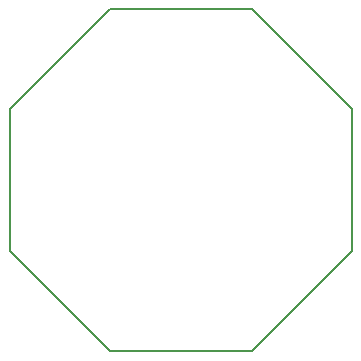
<source format=gbr>
G04 #@! TF.GenerationSoftware,KiCad,Pcbnew,(5.0.0)*
G04 #@! TF.CreationDate,2018-09-15T12:16:20+02:00*
G04 #@! TF.ProjectId,Blinky,426C696E6B792E6B696361645F706362,rev?*
G04 #@! TF.SameCoordinates,Original*
G04 #@! TF.FileFunction,Profile,NP*
%FSLAX46Y46*%
G04 Gerber Fmt 4.6, Leading zero omitted, Abs format (unit mm)*
G04 Created by KiCad (PCBNEW (5.0.0)) date 09/15/18 12:16:20*
%MOMM*%
%LPD*%
G01*
G04 APERTURE LIST*
%ADD10C,0.150000*%
G04 APERTURE END LIST*
D10*
X55000000Y-83500000D02*
X63500000Y-75000000D01*
X55000000Y-95500000D02*
X55000000Y-83500000D01*
X63500000Y-104000000D02*
X55000000Y-95500000D01*
X75500000Y-104000000D02*
X63500000Y-104000000D01*
X84000000Y-95500000D02*
X75500000Y-104000000D01*
X84000000Y-83500000D02*
X84000000Y-95500000D01*
X75500000Y-75000000D02*
X84000000Y-83500000D01*
X63500000Y-75000000D02*
X75500000Y-75000000D01*
M02*

</source>
